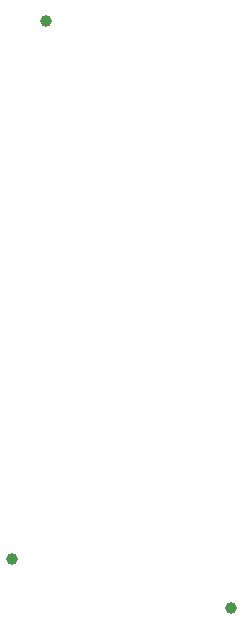
<source format=gbp>
G04*
G04 #@! TF.GenerationSoftware,Altium Limited,Altium Designer,20.0.11 (256)*
G04*
G04 Layer_Color=128*
%FSLAX44Y44*%
%MOMM*%
G71*
G01*
G75*
%ADD14C,1.0000*%
D14*
X118000Y528000D02*
D03*
X89000Y73000D02*
D03*
X275000Y31000D02*
D03*
M02*

</source>
